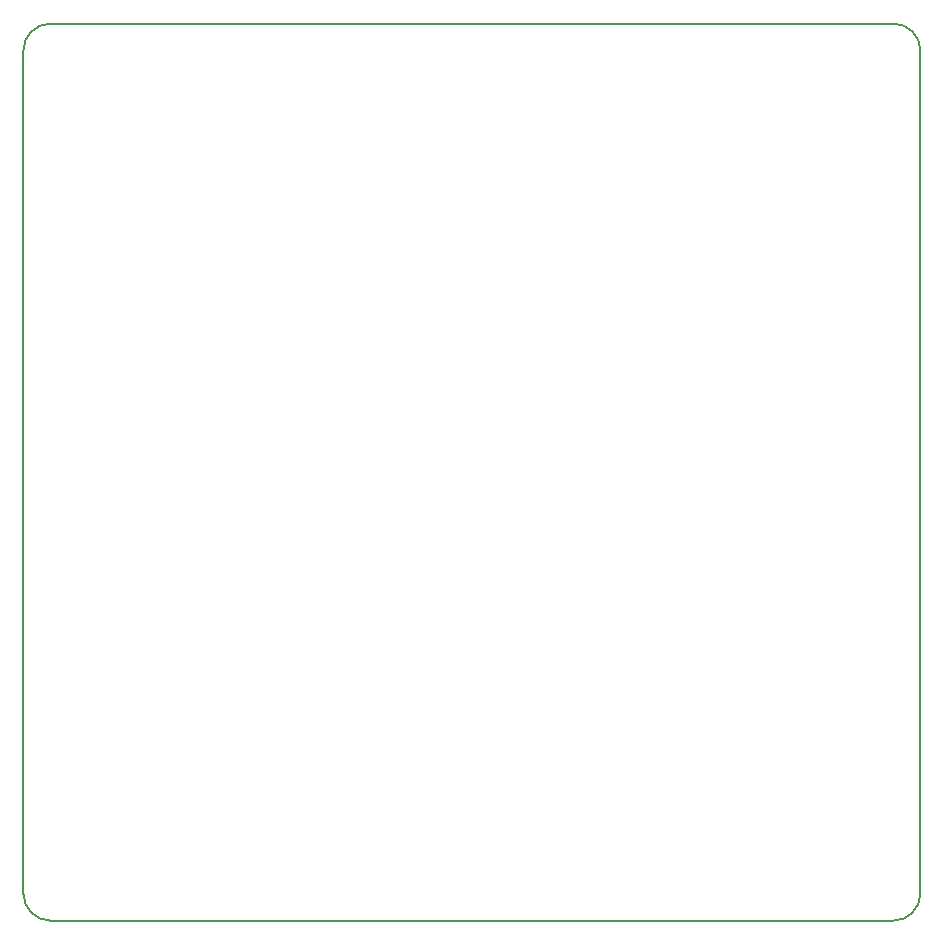
<source format=gbr>
G04 #@! TF.FileFunction,Profile,NP*
%FSLAX46Y46*%
G04 Gerber Fmt 4.6, Leading zero omitted, Abs format (unit mm)*
G04 Created by KiCad (PCBNEW 4.0.5) date 02/28/17 13:31:52*
%MOMM*%
%LPD*%
G01*
G04 APERTURE LIST*
%ADD10C,0.100000*%
%ADD11C,0.150000*%
G04 APERTURE END LIST*
D10*
D11*
X37685750Y-107535750D02*
X37685750Y-36161750D01*
X111345750Y-109821750D02*
X39971750Y-109821750D01*
X113631750Y-36161750D02*
X113631750Y-107535750D01*
X39971750Y-33875750D02*
X111345750Y-33875750D01*
X39971750Y-33875750D02*
G75*
G03X37685750Y-36161750I0J-2286000D01*
G01*
X37685750Y-107535750D02*
G75*
G03X39971750Y-109821750I2286000J0D01*
G01*
X111345750Y-109821750D02*
G75*
G03X113631750Y-107535750I0J2286000D01*
G01*
X113631750Y-36161750D02*
G75*
G03X111345750Y-33875750I-2286000J0D01*
G01*
M02*

</source>
